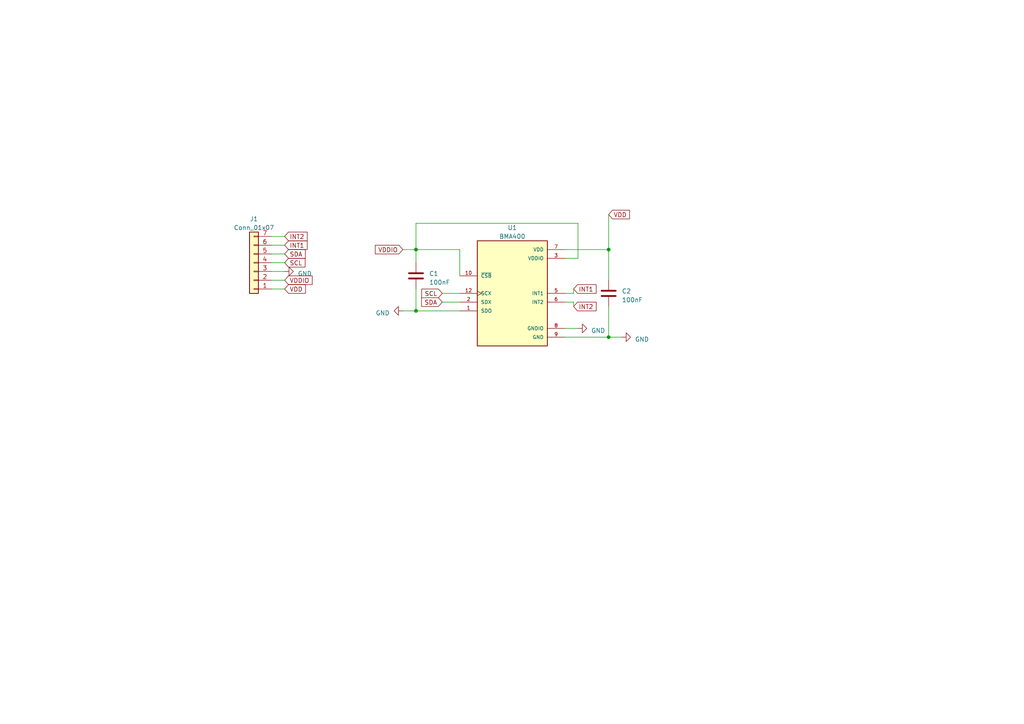
<source format=kicad_sch>
(kicad_sch (version 20230121) (generator eeschema)
  (paper "A4")
  (lib_symbols
    (symbol "BMA400:BMA400" (pin_names (offset 1.016))
      (property "Reference" "U" (at -10.16 16.002 0))
      (property "Value" "BMA400" (at -10.16 -17.78 0))
      (symbol "BMA400_0_0"
        (rectangle (start -10.16 -15.24) (end 10.16 15.24) (stroke (width 0.254)) (fill (type background)))
        (pin bidirectional line (at -15.24 -5.08 0) (length 5.08) (name "SDO") (number "1"))
        (pin input line (at -15.24 5.08 0) (length 5.08) (name "~{CSB}") (number "10"))
        (pin input clock (at -15.24 0 0) (length 5.08) (name "SCX") (number "12"))
        (pin bidirectional line (at -15.24 -2.54 0) (length 5.08) (name "SDX") (number "2"))
        (pin power_in line (at 15.24 10.16 180) (length 5.08) (name "VDDIO") (number "3"))
        (pin bidirectional line (at 15.24 0 180) (length 5.08) (name "INT1") (number "5"))
        (pin bidirectional line (at 15.24 -2.54 180) (length 5.08) (name "INT2") (number "6"))
        (pin power_in line (at 15.24 12.7 180) (length 5.08) (name "VDD") (number "7"))
        (pin power_in line (at 15.24 -10.16 180) (length 5.08) (name "GNDIO") (number "8"))
        (pin power_in line (at 15.24 -12.7 180) (length 5.08) (name "GND") (number "9"))
      )
    )
    (symbol "Connector_Generic:Conn_01x07" (pin_names (offset 1.016) hide)
      (property "Reference" "J" (at 0 10.16 0))
      (property "Value" "Conn_01x07" (at 0 -10.16 0))
      (symbol "Conn_01x07_1_1"
        (rectangle (start -1.27 -7.493) (end 0 -7.747) (stroke (width 0.1524)))
        (rectangle (start -1.27 -4.953) (end 0 -5.207) (stroke (width 0.1524)))
        (rectangle (start -1.27 -2.413) (end 0 -2.667) (stroke (width 0.1524)))
        (rectangle (start -1.27 0.127) (end 0 -0.127) (stroke (width 0.1524)))
        (rectangle (start -1.27 2.667) (end 0 2.413) (stroke (width 0.1524)))
        (rectangle (start -1.27 5.207) (end 0 4.953) (stroke (width 0.1524)))
        (rectangle (start -1.27 7.747) (end 0 7.493) (stroke (width 0.1524)))
        (rectangle (start -1.27 8.89) (end 1.27 -8.89) (stroke (width 0.254)) (fill (type background)))
        (pin passive line (at -5.08 7.62 0) (length 3.81) (name "Pin_1") (number "1"))
        (pin passive line (at -5.08 5.08 0) (length 3.81) (name "Pin_2") (number "2"))
        (pin passive line (at -5.08 2.54 0) (length 3.81) (name "Pin_3") (number "3"))
        (pin passive line (at -5.08 0 0) (length 3.81) (name "Pin_4") (number "4"))
        (pin passive line (at -5.08 -2.54 0) (length 3.81) (name "Pin_5") (number "5"))
        (pin passive line (at -5.08 -5.08 0) (length 3.81) (name "Pin_6") (number "6"))
        (pin passive line (at -5.08 -7.62 0) (length 3.81) (name "Pin_7") (number "7"))
      )
    )
    (symbol "Device:C" (pin_numbers hide) (pin_names (offset 0.254))
      (property "Reference" "C" (at 0.635 2.54 0))
      (property "Value" "C" (at 0.635 -2.54 0))
      (symbol "C_0_1"
        (polyline (pts (xy -2.032 -0.762) (xy 2.032 -0.762)) (stroke (width 0.508)))
        (polyline (pts (xy -2.032 0.762) (xy 2.032 0.762)) (stroke (width 0.508)))
      )
      (symbol "C_1_1"
        (pin passive line (at 0 3.81 270) (length 2.794) (name "~") (number "1"))
        (pin passive line (at 0 -3.81 90) (length 2.794) (name "~") (number "2"))
      )
    )
    (symbol "power:GND" (power) (pin_names (offset 0))
      (property "Value" "GND" (at 0 -3.81 0))
      (symbol "GND_0_1"
        (polyline (pts (xy 0 0) (xy 0 -1.27) (xy 1.27 -1.27) (xy 0 -2.54) (xy -1.27 -1.27) (xy 0 -1.27)))
      )
      (symbol "GND_1_1"
        (pin power_in line (at 0 0 270) (length 0) hide (name "GND") (number "1"))
      )
    )
  )
  (junction (at 120.65 90.17))
  (junction (at 120.65 72.39))
  (junction (at 176.53 72.39))
  (junction (at 176.53 97.79))
  (wire (pts (xy 167.64 64.77) (xy 120.65 64.77)))
  (wire (pts (xy 78.74 76.2) (xy 82.55 76.2)))
  (wire (pts (xy 78.74 68.58) (xy 82.55 68.58)))
  (wire (pts (xy 128.27 85.09) (xy 133.35 85.09)))
  (wire (pts (xy 176.53 97.79) (xy 180.34 97.79)))
  (wire (pts (xy 163.83 87.63) (xy 166.37 87.63)))
  (wire (pts (xy 120.65 72.39) (xy 120.65 76.2)))
  (wire (pts (xy 166.37 87.63) (xy 166.37 88.9)))
  (wire (pts (xy 163.83 72.39) (xy 176.53 72.39)))
  (wire (pts (xy 167.64 74.93) (xy 167.64 64.77)))
  (wire (pts (xy 163.83 85.09) (xy 166.37 85.09)))
  (wire (pts (xy 133.35 72.39) (xy 120.65 72.39)))
  (wire (pts (xy 78.74 81.28) (xy 82.55 81.28)))
  (wire (pts (xy 120.65 90.17) (xy 133.35 90.17)))
  (wire (pts (xy 78.74 73.66) (xy 82.55 73.66)))
  (wire (pts (xy 78.74 78.74) (xy 82.55 78.74)))
  (wire (pts (xy 120.65 64.77) (xy 120.65 72.39)))
  (wire (pts (xy 120.65 83.82) (xy 120.65 90.17)))
  (wire (pts (xy 78.74 71.12) (xy 82.55 71.12)))
  (wire (pts (xy 133.35 80.01) (xy 133.35 72.39)))
  (wire (pts (xy 176.53 97.79) (xy 176.53 88.9)))
  (wire (pts (xy 116.84 90.17) (xy 120.65 90.17)))
  (wire (pts (xy 163.83 97.79) (xy 176.53 97.79)))
  (wire (pts (xy 78.74 83.82) (xy 82.55 83.82)))
  (wire (pts (xy 176.53 72.39) (xy 176.53 81.28)))
  (wire (pts (xy 128.27 87.63) (xy 133.35 87.63)))
  (wire (pts (xy 176.53 72.39) (xy 176.53 62.23)))
  (wire (pts (xy 166.37 85.09) (xy 166.37 83.82)))
  (wire (pts (xy 163.83 95.25) (xy 167.64 95.25)))
  (wire (pts (xy 116.84 72.39) (xy 120.65 72.39)))
  (wire (pts (xy 163.83 74.93) (xy 167.64 74.93)))
  (global_label "VDD" (shape input) (at 82.55 83.82 0) (property "Intersheetrefs" "${INTERSHEET_REFS}" (effects hide)))
  (global_label "VDD" (shape input) (at 176.53 62.23 0) (property "Intersheetrefs" "${INTERSHEET_REFS}" (effects hide)))
  (global_label "VDDIO" (shape input) (at 82.55 81.28 0) (property "Intersheetrefs" "${INTERSHEET_REFS}" (effects hide)))
  (global_label "SCL" (shape input) (at 128.27 85.09 180) (property "Intersheetrefs" "${INTERSHEET_REFS}" (effects hide)))
  (global_label "INT1" (shape input) (at 166.37 83.82 0) (property "Intersheetrefs" "${INTERSHEET_REFS}" (effects hide)))
  (global_label "VDDIO" (shape input) (at 116.84 72.39 180) (property "Intersheetrefs" "${INTERSHEET_REFS}" (effects hide)))
  (global_label "INT1" (shape input) (at 82.55 71.12 0) (property "Intersheetrefs" "${INTERSHEET_REFS}" (effects hide)))
  (global_label "SDA" (shape input) (at 82.55 73.66 0) (property "Intersheetrefs" "${INTERSHEET_REFS}" (effects hide)))
  (global_label "INT2" (shape input) (at 82.55 68.58 0) (property "Intersheetrefs" "${INTERSHEET_REFS}" (effects hide)))
  (global_label "SCL" (shape input) (at 82.55 76.2 0) (property "Intersheetrefs" "${INTERSHEET_REFS}" (effects hide)))
  (global_label "SDA" (shape input) (at 128.27 87.63 180) (property "Intersheetrefs" "${INTERSHEET_REFS}" (effects hide)))
  (global_label "INT2" (shape input) (at 166.37 88.9 0) (property "Intersheetrefs" "${INTERSHEET_REFS}" (effects hide)))
  (symbol (lib_id "power:GND") (at 116.84 90.17 270) (unit 1)
    (property "Reference" "#PWR01" (effects hide))
    (property "Value" "GND" (at 113.03 90.805 90) (effects (justify right)))
  )
  (symbol (lib_id "Device:C") (at 176.53 85.09 0) (unit 1)
    (property "Reference" "C2" (at 180.34 84.455 0) (effects (justify left)))
    (property "Value" "100nF" (at 180.34 86.995 0) (effects (justify left)))
    (property "Footprint" "Capacitor_SMD:C_0603_1608Metric" (effects hide))
  )
  (symbol (lib_id "BMA400:BMA400") (at 148.59 85.09 0) (unit 1)
    (property "Reference" "U1" (at 148.59 66.04 0))
    (property "Value" "BMA400" (at 148.59 68.58 0))
    (property "Footprint" "TESIS:XDCR_BMA400" (effects hide))
    (property "MF" "Bosch Sensortec" (effects hide))
    (property "DESCRIPTION" "Accelerometer X, Y, Z Axis ±2g, 4g, 8g, 16g 12-LGA _2x2_" (effects hide))
    (property "PACKAGE" "LGA-12 Bosch Tools" (effects hide))
    (property "PRICE" "None" (effects hide))
    (property "Package" "LGA-12 Bosch Tools" (effects hide))
    (property "Check_prices" "https://www.snapeda.com/parts/BMA400/Bosch/view-part/?ref=eda" (effects hide))
    (property "Price" "None" (effects hide))
    (property "SnapEDA_Link" "https://www.snapeda.com/parts/BMA400/Bosch/view-part/?ref=snap" (effects hide))
    (property "MP" "BMA400" (effects hide))
    (property "Availability" "In Stock" (effects hide))
    (property "AVAILABILITY" "Unavailable" (effects hide))
    (property "Description" "\n                        \n                            Accelerometer X, Y, Z Axis ±2g, 4g, 8g, 16g - 12-LGA (2x2)\n                        \n" (effects hide))
  )
  (symbol (lib_id "Device:C") (at 120.65 80.01 0) (unit 1)
    (property "Reference" "C1" (at 124.46 79.375 0) (effects (justify left)))
    (property "Value" "100nF" (at 124.46 81.915 0) (effects (justify left)))
    (property "Footprint" "Capacitor_SMD:C_0603_1608Metric" (effects hide))
  )
  (symbol (lib_id "power:GND") (at 82.55 78.74 90) (unit 1)
    (property "Reference" "#PWR02" (effects hide))
    (property "Value" "GND" (at 86.36 79.375 90) (effects (justify right)))
  )
  (symbol (lib_id "power:GND") (at 180.34 97.79 90) (unit 1)
    (property "Reference" "#PWR03" (effects hide))
    (property "Value" "GND" (at 184.15 98.425 90) (effects (justify right)))
  )
  (symbol (lib_id "Connector_Generic:Conn_01x07") (at 73.66 76.2 180) (unit 1)
    (property "Reference" "J1" (at 73.66 63.5 0))
    (property "Value" "Conn_01x07" (at 73.66 66.04 0))
    (property "Footprint" "Connector_PinSocket_2.54mm:PinSocket_1x07_P2.54mm_Vertical" (effects hide))
  )
  (symbol (lib_id "power:GND") (at 167.64 95.25 90) (unit 1)
    (property "Reference" "#PWR04" (effects hide))
    (property "Value" "GND" (at 171.45 95.885 90) (effects (justify right)))
  )
)
</source>
